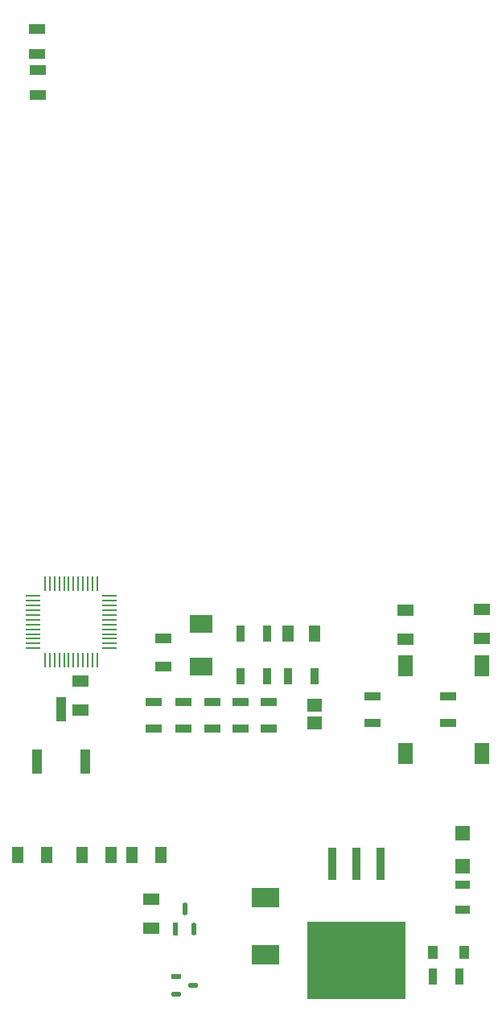
<source format=gtp>
G04*
G04 #@! TF.GenerationSoftware,Altium Limited,Altium Designer,23.6.0 (18)*
G04*
G04 Layer_Color=8421504*
%FSLAX44Y44*%
%MOMM*%
G71*
G04*
G04 #@! TF.SameCoordinates,3CA1A126-1A8B-4A0E-99CF-AA2F4EF1290A*
G04*
G04*
G04 #@! TF.FilePolarity,Positive*
G04*
G01*
G75*
%ADD14R,1.8000X1.2500*%
%ADD15O,0.2500X1.5500*%
%ADD16O,1.5500X0.2500*%
%ADD17R,1.7000X0.9500*%
%ADD18R,1.5000X1.5000*%
%ADD19R,2.4000X1.9600*%
G04:AMPARAMS|DCode=20|XSize=1.0552mm|YSize=0.5225mm|CornerRadius=0.2612mm|HoleSize=0mm|Usage=FLASHONLY|Rotation=0.000|XOffset=0mm|YOffset=0mm|HoleType=Round|Shape=RoundedRectangle|*
%AMROUNDEDRECTD20*
21,1,1.0552,0.0000,0,0,0.0*
21,1,0.5328,0.5225,0,0,0.0*
1,1,0.5225,0.2664,0.0000*
1,1,0.5225,-0.2664,0.0000*
1,1,0.5225,-0.2664,0.0000*
1,1,0.5225,0.2664,0.0000*
%
%ADD20ROUNDEDRECTD20*%
%ADD21R,1.0552X0.5225*%
%ADD22R,1.2500X1.8000*%
%ADD23R,1.7062X1.1046*%
%ADD24R,1.6000X2.1800*%
%ADD25R,1.6000X2.2000*%
%ADD26R,1.0000X2.5000*%
%ADD27R,0.9500X1.7000*%
%ADD28R,1.7000X1.1000*%
%ADD29R,1.3046X1.8062*%
%ADD30R,1.5562X1.4549*%
%ADD31R,1.1000X1.3500*%
%ADD32R,1.6000X0.8500*%
%ADD33R,10.4500X8.2000*%
%ADD34R,0.9500X3.5000*%
%ADD35R,3.0000X2.0000*%
G04:AMPARAMS|DCode=36|XSize=1.336mm|YSize=0.5851mm|CornerRadius=0.2925mm|HoleSize=0mm|Usage=FLASHONLY|Rotation=90.000|XOffset=0mm|YOffset=0mm|HoleType=Round|Shape=RoundedRectangle|*
%AMROUNDEDRECTD36*
21,1,1.3360,0.0000,0,0,90.0*
21,1,0.7510,0.5851,0,0,90.0*
1,1,0.5851,0.0000,0.3755*
1,1,0.5851,0.0000,-0.3755*
1,1,0.5851,0.0000,-0.3755*
1,1,0.5851,0.0000,0.3755*
%
%ADD36ROUNDEDRECTD36*%
%ADD37R,0.5851X1.3360*%
D14*
X960000Y650250D02*
D03*
Y619750D02*
D03*
X880000Y649500D02*
D03*
Y619000D02*
D03*
X537500Y544750D02*
D03*
Y575250D02*
D03*
X612500Y345250D02*
D03*
Y314750D02*
D03*
D15*
X555500Y596750D02*
D03*
X550500D02*
D03*
X545500D02*
D03*
X540500D02*
D03*
X535500D02*
D03*
X530500D02*
D03*
X525500D02*
D03*
X520500D02*
D03*
X515500D02*
D03*
X510500D02*
D03*
X505500D02*
D03*
X500500D02*
D03*
Y677250D02*
D03*
X505500D02*
D03*
X510500D02*
D03*
X515500D02*
D03*
X520500D02*
D03*
X525500D02*
D03*
X530500D02*
D03*
X535500D02*
D03*
X540500D02*
D03*
X545500D02*
D03*
X550500D02*
D03*
X555500D02*
D03*
D16*
X487750Y609500D02*
D03*
Y614500D02*
D03*
Y619500D02*
D03*
Y624500D02*
D03*
Y629500D02*
D03*
Y634500D02*
D03*
Y639500D02*
D03*
Y644500D02*
D03*
Y649500D02*
D03*
Y654500D02*
D03*
Y659500D02*
D03*
Y664500D02*
D03*
X568250D02*
D03*
Y659500D02*
D03*
Y654500D02*
D03*
Y649500D02*
D03*
Y644500D02*
D03*
Y639500D02*
D03*
Y634500D02*
D03*
Y629500D02*
D03*
Y624500D02*
D03*
Y619500D02*
D03*
Y614500D02*
D03*
Y609500D02*
D03*
D17*
X845000Y559000D02*
D03*
Y531000D02*
D03*
X925000D02*
D03*
Y559000D02*
D03*
X615000Y525000D02*
D03*
Y553000D02*
D03*
X646000Y525000D02*
D03*
Y553000D02*
D03*
X677000D02*
D03*
Y525000D02*
D03*
X706000Y553000D02*
D03*
Y525000D02*
D03*
X736000Y553000D02*
D03*
Y525000D02*
D03*
D18*
X940000Y380000D02*
D03*
Y415000D02*
D03*
D19*
X665000Y590000D02*
D03*
Y635000D02*
D03*
D20*
X656255Y255000D02*
D03*
X638745Y245500D02*
D03*
D21*
Y264500D02*
D03*
D22*
X622750Y392500D02*
D03*
X592250D02*
D03*
X539750D02*
D03*
X570250D02*
D03*
X472000D02*
D03*
X502500D02*
D03*
D23*
X492500Y1260508D02*
D03*
Y1234492D02*
D03*
X493000Y1217500D02*
D03*
Y1191484D02*
D03*
D24*
X880000Y499050D02*
D03*
X960000D02*
D03*
D25*
X880000Y590950D02*
D03*
X960000D02*
D03*
D26*
X492500Y490000D02*
D03*
X542500D02*
D03*
X517500Y545000D02*
D03*
D27*
X706000Y580000D02*
D03*
X734000D02*
D03*
X706000Y625000D02*
D03*
X734000D02*
D03*
X756000Y580000D02*
D03*
X784000D02*
D03*
X937000Y264000D02*
D03*
X909000D02*
D03*
D28*
X625000Y590500D02*
D03*
Y619500D02*
D03*
D29*
X755992Y625000D02*
D03*
X784008D02*
D03*
D30*
X784000Y530743D02*
D03*
Y549257D02*
D03*
D31*
X908500Y290000D02*
D03*
X941500D02*
D03*
D32*
X940000Y360750D02*
D03*
Y334250D02*
D03*
D33*
X828000Y281000D02*
D03*
D34*
X802600Y382500D02*
D03*
X828000D02*
D03*
X853400D02*
D03*
D35*
X732500Y347500D02*
D03*
Y287500D02*
D03*
D36*
X647500Y335401D02*
D03*
X657000Y314599D02*
D03*
D37*
X638000D02*
D03*
M02*

</source>
